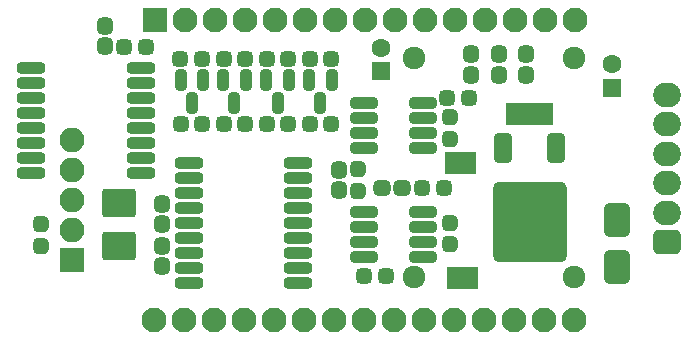
<source format=gbr>
%TF.GenerationSoftware,KiCad,Pcbnew,7.0.7*%
%TF.CreationDate,2023-09-17T21:28:58+02:00*%
%TF.ProjectId,PSACANBridgeHW_v12,50534143-414e-4427-9269-64676548575f,rev?*%
%TF.SameCoordinates,Original*%
%TF.FileFunction,Soldermask,Top*%
%TF.FilePolarity,Negative*%
%FSLAX46Y46*%
G04 Gerber Fmt 4.6, Leading zero omitted, Abs format (unit mm)*
G04 Created by KiCad (PCBNEW 7.0.7) date 2023-09-17 21:28:58*
%MOMM*%
%LPD*%
G01*
G04 APERTURE LIST*
G04 Aperture macros list*
%AMRoundRect*
0 Rectangle with rounded corners*
0 $1 Rounding radius*
0 $2 $3 $4 $5 $6 $7 $8 $9 X,Y pos of 4 corners*
0 Add a 4 corners polygon primitive as box body*
4,1,4,$2,$3,$4,$5,$6,$7,$8,$9,$2,$3,0*
0 Add four circle primitives for the rounded corners*
1,1,$1+$1,$2,$3*
1,1,$1+$1,$4,$5*
1,1,$1+$1,$6,$7*
1,1,$1+$1,$8,$9*
0 Add four rect primitives between the rounded corners*
20,1,$1+$1,$2,$3,$4,$5,0*
20,1,$1+$1,$4,$5,$6,$7,0*
20,1,$1+$1,$6,$7,$8,$9,0*
20,1,$1+$1,$8,$9,$2,$3,0*%
G04 Aperture macros list end*
%ADD10RoundRect,0.200000X0.850000X0.850000X-0.850000X0.850000X-0.850000X-0.850000X0.850000X-0.850000X0*%
%ADD11O,2.100000X2.100000*%
%ADD12RoundRect,0.437500X0.237500X-0.250000X0.237500X0.250000X-0.237500X0.250000X-0.237500X-0.250000X0*%
%ADD13RoundRect,0.437500X-0.250000X-0.237500X0.250000X-0.237500X0.250000X0.237500X-0.250000X0.237500X0*%
%ADD14RoundRect,0.437500X-0.237500X0.300000X-0.237500X-0.300000X0.237500X-0.300000X0.237500X0.300000X0*%
%ADD15RoundRect,0.350000X-0.875000X-0.150000X0.875000X-0.150000X0.875000X0.150000X-0.875000X0.150000X0*%
%ADD16C,2.100000*%
%ADD17RoundRect,0.200000X0.850000X-0.850000X0.850000X0.850000X-0.850000X0.850000X-0.850000X-0.850000X0*%
%ADD18RoundRect,0.450000X-0.350000X0.850000X-0.350000X-0.850000X0.350000X-0.850000X0.350000X0.850000X0*%
%ADD19RoundRect,0.449997X-2.650003X2.950003X-2.650003X-2.950003X2.650003X-2.950003X2.650003X2.950003X0*%
%ADD20RoundRect,0.200000X1.200000X-1.000000X1.200000X1.000000X-1.200000X1.000000X-1.200000X-1.000000X0*%
%ADD21RoundRect,0.200000X-0.500000X-0.750000X0.500000X-0.750000X0.500000X0.750000X-0.500000X0.750000X0*%
%ADD22C,1.924000*%
%ADD23RoundRect,0.350000X-0.825000X-0.150000X0.825000X-0.150000X0.825000X0.150000X-0.825000X0.150000X0*%
%ADD24RoundRect,0.437500X0.250000X0.237500X-0.250000X0.237500X-0.250000X-0.237500X0.250000X-0.237500X0*%
%ADD25RoundRect,0.200000X0.500000X0.750000X-0.500000X0.750000X-0.500000X-0.750000X0.500000X-0.750000X0*%
%ADD26RoundRect,0.437500X0.237500X-0.300000X0.237500X0.300000X-0.237500X0.300000X-0.237500X-0.300000X0*%
%ADD27RoundRect,0.200000X0.600000X-0.600000X0.600000X0.600000X-0.600000X0.600000X-0.600000X-0.600000X0*%
%ADD28C,1.600000*%
%ADD29RoundRect,0.437500X-0.300000X-0.237500X0.300000X-0.237500X0.300000X0.237500X-0.300000X0.237500X0*%
%ADD30RoundRect,0.437500X-0.237500X0.250000X-0.237500X-0.250000X0.237500X-0.250000X0.237500X0.250000X0*%
%ADD31RoundRect,0.350000X-0.150000X0.587500X-0.150000X-0.587500X0.150000X-0.587500X0.150000X0.587500X0*%
%ADD32RoundRect,0.450000X-0.650000X1.000000X-0.650000X-1.000000X0.650000X-1.000000X0.650000X1.000000X0*%
%ADD33RoundRect,0.450000X0.725000X-0.600000X0.725000X0.600000X-0.725000X0.600000X-0.725000X-0.600000X0*%
%ADD34O,2.350000X2.100000*%
G04 APERTURE END LIST*
D10*
%TO.C,J2*%
X121900000Y-137345000D03*
D11*
X121900000Y-134805000D03*
X121900000Y-132265000D03*
X121900000Y-129725000D03*
X121900000Y-127185000D03*
%TD*%
D12*
%TO.C,R10*%
X119270000Y-136172500D03*
X119270000Y-134347500D03*
%TD*%
D13*
%TO.C,R9*%
X126307500Y-119320000D03*
X128132500Y-119320000D03*
%TD*%
D14*
%TO.C,C10*%
X124640000Y-117547500D03*
X124640000Y-119272500D03*
%TD*%
D15*
%TO.C,U7*%
X127710000Y-121165000D03*
X127710000Y-122435000D03*
X127710000Y-123705000D03*
X127710000Y-124975000D03*
X127710000Y-126245000D03*
X127710000Y-127515000D03*
X127710000Y-128785000D03*
X127710000Y-130055000D03*
X118410000Y-130055000D03*
X118410000Y-128785000D03*
X118410000Y-127515000D03*
X118410000Y-126245000D03*
X118410000Y-124975000D03*
X118410000Y-123705000D03*
X118410000Y-122435000D03*
X118410000Y-121165000D03*
%TD*%
D16*
%TO.C,U5*%
X164399200Y-142506686D03*
X161859200Y-142506686D03*
X159319200Y-142506686D03*
X156779200Y-142506686D03*
X154239200Y-142506686D03*
X151699200Y-142506686D03*
X149159200Y-142506686D03*
X146619200Y-142506686D03*
X144079200Y-142506686D03*
X141539200Y-142506686D03*
X138999200Y-142506686D03*
X136459200Y-142506686D03*
X133919200Y-142506686D03*
X131379200Y-142506686D03*
X128839200Y-142506686D03*
X164450000Y-117094000D03*
X161910000Y-117094000D03*
X159370000Y-117094000D03*
X156830000Y-117094000D03*
X154290000Y-117094000D03*
D11*
X151750000Y-117094000D03*
D16*
X149210000Y-117094000D03*
X146670000Y-117094000D03*
X144130000Y-117094000D03*
X141590000Y-117094000D03*
X139050000Y-117094000D03*
X136510000Y-117094000D03*
X133970000Y-117094000D03*
X131430000Y-117094000D03*
D17*
X128890000Y-117094000D03*
%TD*%
D18*
%TO.C,U6*%
X162895000Y-127885000D03*
X158335000Y-127885000D03*
D19*
X160615000Y-134185000D03*
%TD*%
D20*
%TO.C,Y1*%
X125850000Y-136230000D03*
X125850000Y-132530000D03*
%TD*%
D21*
%TO.C,JP5*%
X159330000Y-125047500D03*
X160630000Y-125047500D03*
X161930000Y-125047500D03*
%TD*%
D22*
%TO.C,U3*%
X164390000Y-120323400D03*
X150851800Y-120323400D03*
X164390000Y-138840000D03*
X150851800Y-138840000D03*
%TD*%
D23*
%TO.C,U4*%
X146635000Y-124115000D03*
X146635000Y-125385000D03*
X146635000Y-126655000D03*
X146635000Y-127925000D03*
X151585000Y-127925000D03*
X151585000Y-126655000D03*
X151585000Y-125385000D03*
X151585000Y-124115000D03*
%TD*%
%TO.C,U2*%
X146635000Y-133305000D03*
X146635000Y-134575000D03*
X146635000Y-135845000D03*
X146635000Y-137115000D03*
X151585000Y-137115000D03*
X151585000Y-135845000D03*
X151585000Y-134575000D03*
X151585000Y-133305000D03*
%TD*%
D13*
%TO.C,R2*%
X151507500Y-131290000D03*
X153332500Y-131290000D03*
%TD*%
D24*
%TO.C,R1*%
X155472500Y-123710000D03*
X153647500Y-123710000D03*
%TD*%
D21*
%TO.C,JP2*%
X154270000Y-138940000D03*
X155570000Y-138940000D03*
%TD*%
D25*
%TO.C,JP1*%
X155440000Y-129210000D03*
X154140000Y-129210000D03*
%TD*%
D26*
%TO.C,C1*%
X129470000Y-134369000D03*
X129470000Y-132644000D03*
%TD*%
D14*
%TO.C,C2*%
X129470000Y-136200000D03*
X129470000Y-137925000D03*
%TD*%
D27*
%TO.C,C3*%
X167620000Y-122830000D03*
D28*
X167620000Y-120830000D03*
%TD*%
D26*
%TO.C,C4*%
X160325000Y-121687500D03*
X160325000Y-119962500D03*
%TD*%
D29*
%TO.C,C5*%
X148110500Y-131299000D03*
X149835500Y-131299000D03*
%TD*%
D14*
%TO.C,C6*%
X155650000Y-119962500D03*
X155650000Y-121687500D03*
%TD*%
%TO.C,C7*%
X158025000Y-121687500D03*
X158025000Y-119962500D03*
%TD*%
D27*
%TO.C,C8*%
X148030000Y-121402600D03*
D28*
X148030000Y-119402600D03*
%TD*%
D30*
%TO.C,R3*%
X153875000Y-134237500D03*
X153875000Y-136062500D03*
%TD*%
%TO.C,R4*%
X153875000Y-125312500D03*
X153875000Y-127137500D03*
%TD*%
D24*
%TO.C,R7*%
X132875000Y-120397500D03*
X131050000Y-120397500D03*
%TD*%
%TO.C,R8*%
X136541166Y-120397500D03*
X134716166Y-120397500D03*
%TD*%
D13*
%TO.C,R12*%
X134716166Y-125847500D03*
X136541166Y-125847500D03*
%TD*%
D24*
%TO.C,R13*%
X140181832Y-120397500D03*
X138356832Y-120397500D03*
%TD*%
%TO.C,R14*%
X143822500Y-120397500D03*
X141997500Y-120397500D03*
%TD*%
D13*
%TO.C,R15*%
X138356832Y-125847500D03*
X140181832Y-125847500D03*
%TD*%
%TO.C,R16*%
X141997500Y-125847500D03*
X143822500Y-125847500D03*
%TD*%
D26*
%TO.C,C9*%
X144450000Y-131462500D03*
X144450000Y-129737500D03*
%TD*%
D12*
%TO.C,R5*%
X146125000Y-131512500D03*
X146125000Y-129687500D03*
%TD*%
D13*
%TO.C,R6*%
X146627500Y-138780000D03*
X148452500Y-138780000D03*
%TD*%
D31*
%TO.C,Q2*%
X136575000Y-122185000D03*
X134675000Y-122185000D03*
X135625000Y-124060000D03*
%TD*%
D32*
%TO.C,D1*%
X168050000Y-134000000D03*
X168050000Y-138000000D03*
%TD*%
D31*
%TO.C,Q3*%
X140225000Y-122185000D03*
X138325000Y-122185000D03*
X139275000Y-124060000D03*
%TD*%
%TO.C,Q1*%
X132975000Y-122185000D03*
X131075000Y-122185000D03*
X132025000Y-124060000D03*
%TD*%
D15*
%TO.C,U1*%
X131750000Y-129140000D03*
X131750000Y-130410000D03*
X131750000Y-131680000D03*
X131750000Y-132950000D03*
X131750000Y-134220000D03*
X131750000Y-135490000D03*
X131750000Y-136760000D03*
X131750000Y-138030000D03*
X131750000Y-139300000D03*
X141050000Y-139300000D03*
X141050000Y-138030000D03*
X141050000Y-136760000D03*
X141050000Y-135490000D03*
X141050000Y-134220000D03*
X141050000Y-132950000D03*
X141050000Y-131680000D03*
X141050000Y-130410000D03*
X141050000Y-129140000D03*
%TD*%
D13*
%TO.C,R11*%
X131062500Y-125847500D03*
X132887500Y-125847500D03*
%TD*%
D31*
%TO.C,Q4*%
X143850000Y-122185000D03*
X141950000Y-122185000D03*
X142900000Y-124060000D03*
%TD*%
D33*
%TO.C,J1*%
X172212000Y-135890000D03*
D34*
X172212000Y-133390000D03*
X172212000Y-130890000D03*
X172212000Y-128390000D03*
X172212000Y-125890000D03*
X172212000Y-123390000D03*
%TD*%
M02*

</source>
